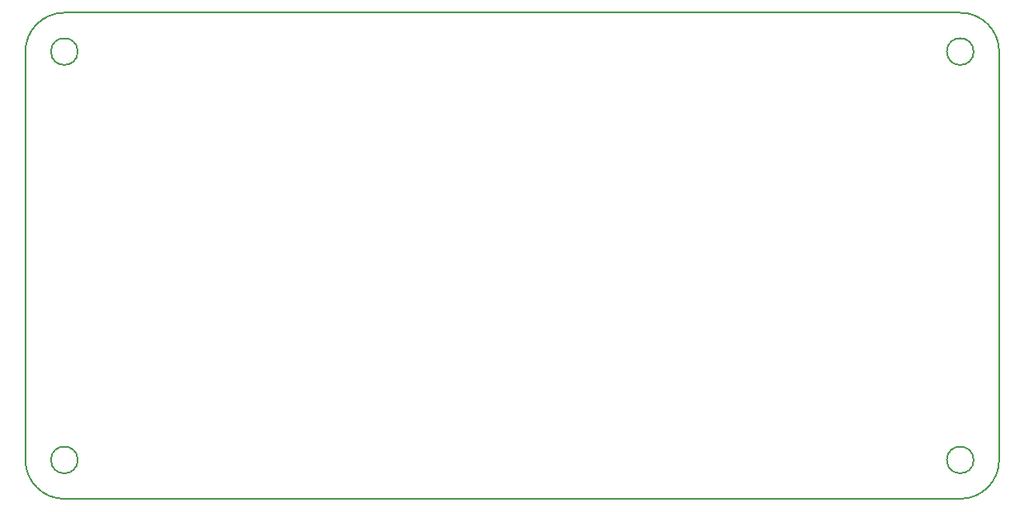
<source format=gbr>
G04 #@! TF.GenerationSoftware,KiCad,Pcbnew,5.1.5-52549c5~84~ubuntu18.04.1*
G04 #@! TF.CreationDate,2020-02-25T00:11:06-08:00*
G04 #@! TF.ProjectId,dotkb_micro,646f746b-625f-46d6-9963-726f2e6b6963,rev?*
G04 #@! TF.SameCoordinates,Original*
G04 #@! TF.FileFunction,Profile,NP*
%FSLAX46Y46*%
G04 Gerber Fmt 4.6, Leading zero omitted, Abs format (unit mm)*
G04 Created by KiCad (PCBNEW 5.1.5-52549c5~84~ubuntu18.04.1) date 2020-02-25 00:11:06*
%MOMM*%
%LPD*%
G04 APERTURE LIST*
%ADD10C,0.200000*%
G04 APERTURE END LIST*
D10*
X59833100Y-71842800D02*
G75*
G03X59833100Y-71842800I-1375000J0D01*
G01*
X151833100Y-71842800D02*
G75*
G03X151833100Y-71842800I-1375000J0D01*
G01*
X151833100Y-113842800D02*
G75*
G03X151833100Y-113842800I-1375000J0D01*
G01*
X59833100Y-113842800D02*
G75*
G03X59833100Y-113842800I-1375000J0D01*
G01*
X150458100Y-67842800D02*
G75*
G02X154458100Y-71842800I0J-4000000D01*
G01*
X150458100Y-67842800D02*
X58458100Y-67842800D01*
X54458100Y-71842800D02*
G75*
G02X58458100Y-67842800I4000000J0D01*
G01*
X54458100Y-71842800D02*
X54458100Y-113842800D01*
X154458100Y-113842800D02*
X154458100Y-71842800D01*
X58458100Y-117842800D02*
X150458100Y-117842800D01*
X154458100Y-113842800D02*
G75*
G02X150458100Y-117842800I-4000000J0D01*
G01*
X58458100Y-117842800D02*
G75*
G02X54458100Y-113842800I0J4000000D01*
G01*
M02*

</source>
